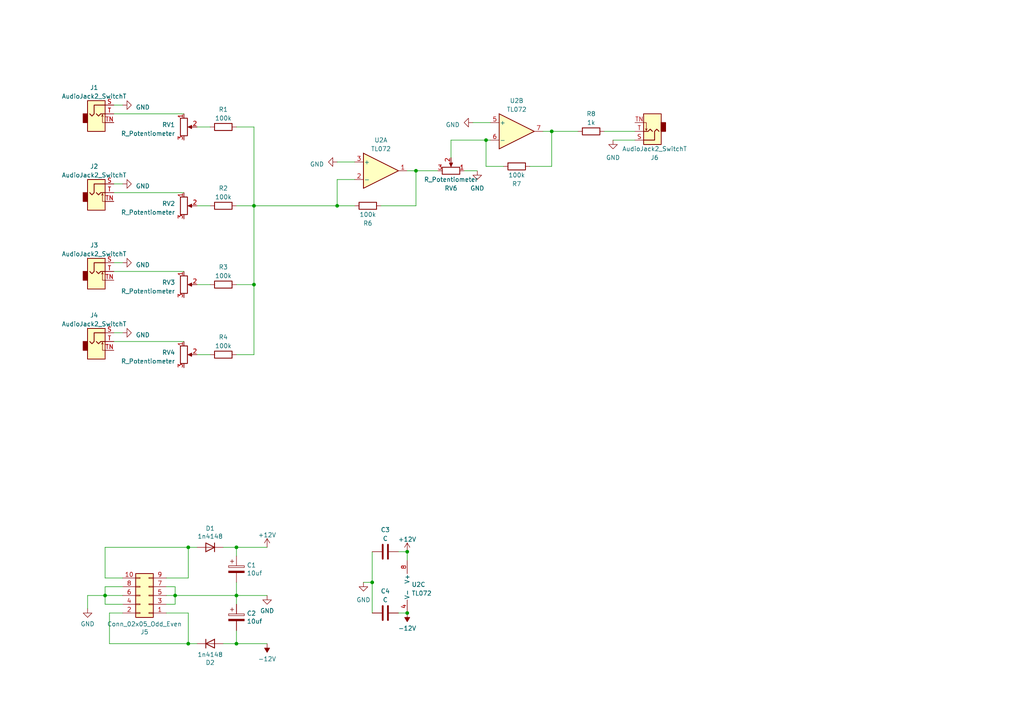
<source format=kicad_sch>
(kicad_sch (version 20230121) (generator eeschema)
  (paper "A4")
  (lib_symbols
    (symbol "Amplifier_Operational:TL072" (pin_names (offset 0.127))
      (property "Reference" "U" (at 0 5.08 0))
      (property "Value" "TL072" (at 0 -5.08 0))
      (symbol "TL072_1_1"
        (polyline (pts (xy -5.08 5.08) (xy 5.08 0) (xy -5.08 -5.08) (xy -5.08 5.08)) (stroke (width 0.254)) (fill (type background)))
        (pin output line (at 7.62 0 180) (length 2.54) (name "~") (number "1"))
        (pin input line (at -7.62 -2.54 0) (length 2.54) (name "-") (number "2"))
        (pin input line (at -7.62 2.54 0) (length 2.54) (name "+") (number "3"))
      )
      (symbol "TL072_2_1"
        (polyline (pts (xy -5.08 5.08) (xy 5.08 0) (xy -5.08 -5.08) (xy -5.08 5.08)) (stroke (width 0.254)) (fill (type background)))
        (pin input line (at -7.62 2.54 0) (length 2.54) (name "+") (number "5"))
        (pin input line (at -7.62 -2.54 0) (length 2.54) (name "-") (number "6"))
        (pin output line (at 7.62 0 180) (length 2.54) (name "~") (number "7"))
      )
      (symbol "TL072_3_1"
        (pin power_in line (at -2.54 -7.62 90) (length 3.81) (name "V-") (number "4"))
        (pin power_in line (at -2.54 7.62 270) (length 3.81) (name "V+") (number "8"))
      )
    )
    (symbol "Connector_Audio:AudioJack2_SwitchT"
      (property "Reference" "J" (at 0 8.89 0))
      (property "Value" "AudioJack2_SwitchT" (at 0 6.35 0))
      (symbol "AudioJack2_SwitchT_0_1"
        (rectangle (start -2.54 0) (end -3.81 -2.54) (stroke (width 0.254)) (fill (type outline)))
        (polyline (pts (xy 1.778 -0.254) (xy 2.032 -0.762)))
        (polyline (pts (xy 0 0) (xy 0.635 -0.635) (xy 1.27 0) (xy 2.54 0)) (stroke (width 0.254)))
        (polyline (pts (xy 2.54 -2.54) (xy 1.778 -2.54) (xy 1.778 -0.254) (xy 1.524 -0.762)))
        (polyline (pts (xy 2.54 2.54) (xy -0.635 2.54) (xy -0.635 0) (xy -1.27 -0.635) (xy -1.905 0)) (stroke (width 0.254)))
        (rectangle (start 2.54 3.81) (end -2.54 -5.08) (stroke (width 0.254)) (fill (type background)))
      )
      (symbol "AudioJack2_SwitchT_1_1"
        (pin passive line (at 5.08 2.54 180) (length 2.54) (name "~") (number "S"))
        (pin passive line (at 5.08 0 180) (length 2.54) (name "~") (number "T"))
        (pin passive line (at 5.08 -2.54 180) (length 2.54) (name "~") (number "TN"))
      )
    )
    (symbol "Connector_Generic:Conn_02x05_Odd_Even" (pin_names (offset 1.016) hide)
      (property "Reference" "J" (at 1.27 7.62 0))
      (property "Value" "Conn_02x05_Odd_Even" (at 1.27 -7.62 0))
      (symbol "Conn_02x05_Odd_Even_1_1"
        (rectangle (start -1.27 -4.953) (end 0 -5.207) (stroke (width 0.1524)))
        (rectangle (start -1.27 -2.413) (end 0 -2.667) (stroke (width 0.1524)))
        (rectangle (start -1.27 0.127) (end 0 -0.127) (stroke (width 0.1524)))
        (rectangle (start -1.27 2.667) (end 0 2.413) (stroke (width 0.1524)))
        (rectangle (start -1.27 5.207) (end 0 4.953) (stroke (width 0.1524)))
        (rectangle (start -1.27 6.35) (end 3.81 -6.35) (stroke (width 0.254)) (fill (type background)))
        (rectangle (start 3.81 -4.953) (end 2.54 -5.207) (stroke (width 0.1524)))
        (rectangle (start 3.81 -2.413) (end 2.54 -2.667) (stroke (width 0.1524)))
        (rectangle (start 3.81 0.127) (end 2.54 -0.127) (stroke (width 0.1524)))
        (rectangle (start 3.81 2.667) (end 2.54 2.413) (stroke (width 0.1524)))
        (rectangle (start 3.81 5.207) (end 2.54 4.953) (stroke (width 0.1524)))
        (pin passive line (at -5.08 5.08 0) (length 3.81) (name "Pin_1") (number "1"))
        (pin passive line (at 7.62 -5.08 180) (length 3.81) (name "Pin_10") (number "10"))
        (pin passive line (at 7.62 5.08 180) (length 3.81) (name "Pin_2") (number "2"))
        (pin passive line (at -5.08 2.54 0) (length 3.81) (name "Pin_3") (number "3"))
        (pin passive line (at 7.62 2.54 180) (length 3.81) (name "Pin_4") (number "4"))
        (pin passive line (at -5.08 0 0) (length 3.81) (name "Pin_5") (number "5"))
        (pin passive line (at 7.62 0 180) (length 3.81) (name "Pin_6") (number "6"))
        (pin passive line (at -5.08 -2.54 0) (length 3.81) (name "Pin_7") (number "7"))
        (pin passive line (at 7.62 -2.54 180) (length 3.81) (name "Pin_8") (number "8"))
        (pin passive line (at -5.08 -5.08 0) (length 3.81) (name "Pin_9") (number "9"))
      )
    )
    (symbol "Device:C" (pin_numbers hide) (pin_names (offset 0.254))
      (property "Reference" "C" (at 0.635 2.54 0))
      (property "Value" "C" (at 0.635 -2.54 0))
      (symbol "C_0_1"
        (polyline (pts (xy -2.032 -0.762) (xy 2.032 -0.762)) (stroke (width 0.508)))
        (polyline (pts (xy -2.032 0.762) (xy 2.032 0.762)) (stroke (width 0.508)))
      )
      (symbol "C_1_1"
        (pin passive line (at 0 3.81 270) (length 2.794) (name "~") (number "1"))
        (pin passive line (at 0 -3.81 90) (length 2.794) (name "~") (number "2"))
      )
    )
    (symbol "Device:C_Polarized" (pin_numbers hide) (pin_names (offset 0.254))
      (property "Reference" "C" (at 0.635 2.54 0))
      (property "Value" "C_Polarized" (at 0.635 -2.54 0))
      (symbol "C_Polarized_0_1"
        (rectangle (start -2.286 0.508) (end 2.286 1.016))
        (polyline (pts (xy -1.778 2.286) (xy -0.762 2.286)))
        (polyline (pts (xy -1.27 2.794) (xy -1.27 1.778)))
        (rectangle (start 2.286 -0.508) (end -2.286 -1.016) (fill (type outline)))
      )
      (symbol "C_Polarized_1_1"
        (pin passive line (at 0 3.81 270) (length 2.794) (name "~") (number "1"))
        (pin passive line (at 0 -3.81 90) (length 2.794) (name "~") (number "2"))
      )
    )
    (symbol "Device:D" (pin_numbers hide) (pin_names (offset 1.016) hide)
      (property "Reference" "D" (at 0 2.54 0))
      (property "Value" "D" (at 0 -2.54 0))
      (symbol "D_0_1"
        (polyline (pts (xy -1.27 1.27) (xy -1.27 -1.27)) (stroke (width 0.254)))
        (polyline (pts (xy 1.27 0) (xy -1.27 0)))
        (polyline (pts (xy 1.27 1.27) (xy 1.27 -1.27) (xy -1.27 0) (xy 1.27 1.27)) (stroke (width 0.254)))
      )
      (symbol "D_1_1"
        (pin passive line (at -3.81 0 0) (length 2.54) (name "K") (number "1"))
        (pin passive line (at 3.81 0 180) (length 2.54) (name "A") (number "2"))
      )
    )
    (symbol "Device:R" (pin_numbers hide) (pin_names (offset 0))
      (property "Reference" "R" (at 2.032 0 90))
      (property "Value" "R" (at 0 0 90))
      (symbol "R_0_1"
        (rectangle (start -1.016 -2.54) (end 1.016 2.54) (stroke (width 0.254)))
      )
      (symbol "R_1_1"
        (pin passive line (at 0 3.81 270) (length 1.27) (name "~") (number "1"))
        (pin passive line (at 0 -3.81 90) (length 1.27) (name "~") (number "2"))
      )
    )
    (symbol "Device:R_Potentiometer" (pin_names (offset 1.016) hide)
      (property "Reference" "RV" (at -4.445 0 90))
      (property "Value" "R_Potentiometer" (at -2.54 0 90))
      (symbol "R_Potentiometer_0_1"
        (polyline (pts (xy 2.54 0) (xy 1.524 0)))
        (polyline (pts (xy 1.143 0) (xy 2.286 0.508) (xy 2.286 -0.508) (xy 1.143 0)) (fill (type outline)))
        (rectangle (start 1.016 2.54) (end -1.016 -2.54) (stroke (width 0.254)))
      )
      (symbol "R_Potentiometer_1_1"
        (pin passive line (at 0 3.81 270) (length 1.27) (name "1") (number "1"))
        (pin passive line (at 3.81 0 180) (length 1.27) (name "2") (number "2"))
        (pin passive line (at 0 -3.81 90) (length 1.27) (name "3") (number "3"))
      )
    )
    (symbol "PCM_4ms_Power-symbol:GND" (power) (pin_names (offset 0))
      (property "Value" "GND" (at 0 -3.81 0))
      (symbol "GND_0_1"
        (polyline (pts (xy 0 0) (xy 0 -1.27) (xy 1.27 -1.27) (xy 0 -2.54) (xy -1.27 -1.27) (xy 0 -1.27)))
      )
      (symbol "GND_1_1"
        (pin power_in line (at 0 0 270) (length 0) hide (name "GND") (number "1"))
      )
    )
    (symbol "power:+12V" (power) (pin_names (offset 0))
      (property "Value" "+12V" (at 0 3.556 0))
      (symbol "+12V_0_1"
        (polyline (pts (xy -0.762 1.27) (xy 0 2.54)))
        (polyline (pts (xy 0 0) (xy 0 2.54)))
        (polyline (pts (xy 0 2.54) (xy 0.762 1.27)))
      )
      (symbol "+12V_1_1"
        (pin power_in line (at 0 0 90) (length 0) hide (name "+12V") (number "1"))
      )
    )
    (symbol "power:-12V" (power) (pin_names (offset 0))
      (property "Value" "-12V" (at 0 3.81 0))
      (symbol "-12V_0_0"
        (pin power_in line (at 0 0 90) (length 0) hide (name "-12V") (number "1"))
      )
      (symbol "-12V_0_1"
        (polyline (pts (xy 0 0) (xy 0 1.27) (xy 0.762 1.27) (xy 0 2.54) (xy -0.762 1.27) (xy 0 1.27)) (fill (type outline)))
      )
    )
    (symbol "power:GND" (power) (pin_names (offset 0))
      (property "Value" "GND" (at 0 -3.81 0))
      (symbol "GND_0_1"
        (polyline (pts (xy 0 0) (xy 0 -1.27) (xy 1.27 -1.27) (xy 0 -2.54) (xy -1.27 -1.27) (xy 0 -1.27)))
      )
      (symbol "GND_1_1"
        (pin power_in line (at 0 0 270) (length 0) hide (name "GND") (number "1"))
      )
    )
  )
  (junction (at 54.61 158.75))
  (junction (at 50.8 172.72))
  (junction (at 118.11 177.8))
  (junction (at 68.58 158.75))
  (junction (at 73.66 82.55))
  (junction (at 54.61 186.69))
  (junction (at 30.48 172.72))
  (junction (at 97.79 59.69))
  (junction (at 68.58 186.69))
  (junction (at 118.11 160.02))
  (junction (at 107.95 168.91))
  (junction (at 140.97 40.64))
  (junction (at 73.66 59.69))
  (junction (at 160.02 38.1))
  (junction (at 120.65 49.53))
  (junction (at 68.58 172.72))
  (wire (pts (xy 120.65 49.53) (xy 120.65 59.69)))
  (wire (pts (xy 140.97 48.26) (xy 146.05 48.26)))
  (wire (pts (xy 35.56 172.72) (xy 30.48 172.72)))
  (wire (pts (xy 73.66 82.55) (xy 68.58 82.55)))
  (wire (pts (xy 68.58 158.75) (xy 68.58 161.29)))
  (wire (pts (xy 54.61 158.75) (xy 54.61 167.64)))
  (wire (pts (xy 54.61 158.75) (xy 57.15 158.75)))
  (wire (pts (xy 73.66 36.83) (xy 68.58 36.83)))
  (wire (pts (xy 31.75 186.69) (xy 31.75 177.8)))
  (wire (pts (xy 184.15 38.1) (xy 175.26 38.1)))
  (wire (pts (xy 35.56 53.34) (xy 33.02 53.34)))
  (wire (pts (xy 50.8 172.72) (xy 50.8 175.26)))
  (wire (pts (xy 60.96 59.69) (xy 57.15 59.69)))
  (wire (pts (xy 118.11 160.02) (xy 115.57 160.02)))
  (wire (pts (xy 160.02 38.1) (xy 167.64 38.1)))
  (wire (pts (xy 97.79 59.69) (xy 102.87 59.69)))
  (wire (pts (xy 35.56 96.52) (xy 33.02 96.52)))
  (wire (pts (xy 107.95 168.91) (xy 107.95 177.8)))
  (wire (pts (xy 30.48 172.72) (xy 30.48 175.26)))
  (wire (pts (xy 137.16 35.56) (xy 142.24 35.56)))
  (wire (pts (xy 115.57 177.8) (xy 118.11 177.8)))
  (wire (pts (xy 50.8 175.26) (xy 48.26 175.26)))
  (wire (pts (xy 140.97 40.64) (xy 140.97 48.26)))
  (wire (pts (xy 60.96 36.83) (xy 57.15 36.83)))
  (wire (pts (xy 54.61 177.8) (xy 54.61 186.69)))
  (wire (pts (xy 73.66 59.69) (xy 73.66 36.83)))
  (wire (pts (xy 30.48 167.64) (xy 30.48 158.75)))
  (wire (pts (xy 64.77 158.75) (xy 68.58 158.75)))
  (wire (pts (xy 68.58 186.69) (xy 64.77 186.69)))
  (wire (pts (xy 33.02 55.88) (xy 53.34 55.88)))
  (wire (pts (xy 120.65 59.69) (xy 110.49 59.69)))
  (wire (pts (xy 33.02 33.02) (xy 53.34 33.02)))
  (wire (pts (xy 138.43 49.53) (xy 134.62 49.53)))
  (wire (pts (xy 60.96 82.55) (xy 57.15 82.55)))
  (wire (pts (xy 68.58 186.69) (xy 68.58 182.88)))
  (wire (pts (xy 130.81 45.72) (xy 130.81 40.64)))
  (wire (pts (xy 73.66 102.87) (xy 68.58 102.87)))
  (wire (pts (xy 30.48 175.26) (xy 35.56 175.26)))
  (wire (pts (xy 68.58 172.72) (xy 68.58 175.26)))
  (wire (pts (xy 127 49.53) (xy 120.65 49.53)))
  (wire (pts (xy 50.8 172.72) (xy 68.58 172.72)))
  (wire (pts (xy 177.8 40.64) (xy 184.15 40.64)))
  (wire (pts (xy 54.61 186.69) (xy 31.75 186.69)))
  (wire (pts (xy 153.67 48.26) (xy 160.02 48.26)))
  (wire (pts (xy 68.58 158.75) (xy 77.47 158.75)))
  (wire (pts (xy 73.66 59.69) (xy 97.79 59.69)))
  (wire (pts (xy 25.4 172.72) (xy 30.48 172.72)))
  (wire (pts (xy 68.58 59.69) (xy 73.66 59.69)))
  (wire (pts (xy 54.61 167.64) (xy 48.26 167.64)))
  (wire (pts (xy 35.56 76.2) (xy 33.02 76.2)))
  (wire (pts (xy 107.95 160.02) (xy 107.95 168.91)))
  (wire (pts (xy 97.79 52.07) (xy 97.79 59.69)))
  (wire (pts (xy 33.02 99.06) (xy 53.34 99.06)))
  (wire (pts (xy 160.02 48.26) (xy 160.02 38.1)))
  (wire (pts (xy 50.8 170.18) (xy 50.8 172.72)))
  (wire (pts (xy 57.15 186.69) (xy 54.61 186.69)))
  (wire (pts (xy 30.48 170.18) (xy 30.48 172.72)))
  (wire (pts (xy 35.56 170.18) (xy 30.48 170.18)))
  (wire (pts (xy 31.75 177.8) (xy 35.56 177.8)))
  (wire (pts (xy 68.58 186.69) (xy 77.47 186.69)))
  (wire (pts (xy 68.58 172.72) (xy 77.47 172.72)))
  (wire (pts (xy 118.11 162.56) (xy 118.11 160.02)))
  (wire (pts (xy 35.56 167.64) (xy 30.48 167.64)))
  (wire (pts (xy 105.41 168.91) (xy 107.95 168.91)))
  (wire (pts (xy 130.81 40.64) (xy 140.97 40.64)))
  (wire (pts (xy 48.26 170.18) (xy 50.8 170.18)))
  (wire (pts (xy 160.02 38.1) (xy 157.48 38.1)))
  (wire (pts (xy 102.87 52.07) (xy 97.79 52.07)))
  (wire (pts (xy 68.58 168.91) (xy 68.58 172.72)))
  (wire (pts (xy 73.66 102.87) (xy 73.66 82.55)))
  (wire (pts (xy 73.66 59.69) (xy 73.66 82.55)))
  (wire (pts (xy 30.48 158.75) (xy 54.61 158.75)))
  (wire (pts (xy 25.4 172.72) (xy 25.4 176.53)))
  (wire (pts (xy 118.11 49.53) (xy 120.65 49.53)))
  (wire (pts (xy 140.97 40.64) (xy 142.24 40.64)))
  (wire (pts (xy 33.02 78.74) (xy 53.34 78.74)))
  (wire (pts (xy 48.26 172.72) (xy 50.8 172.72)))
  (wire (pts (xy 60.96 102.87) (xy 57.15 102.87)))
  (wire (pts (xy 48.26 177.8) (xy 54.61 177.8)))
  (wire (pts (xy 35.56 30.48) (xy 33.02 30.48)))
  (wire (pts (xy 97.79 46.99) (xy 102.87 46.99)))
  (symbol (lib_id "power:+12V") (at 118.11 160.02 0) (unit 1)
    (property "Reference" "#PWR014" (effects hide))
    (property "Value" "+12V" (at 118.11 156.4442 0))
  )
  (symbol (lib_id "PCM_4ms_Power-symbol:GND") (at 137.16 35.56 270) (unit 1)
    (property "Reference" "#PWR09" (effects hide))
    (property "Value" "GND" (at 133.35 36.195 90) (effects (justify right)))
  )
  (symbol (lib_id "Connector_Generic:Conn_02x05_Odd_Even") (at 43.18 172.72 180) (unit 1)
    (property "Reference" "J5" (at 41.91 183.3118 0))
    (property "Value" "Conn_02x05_Odd_Even" (at 41.91 181.0004 0))
    (property "Footprint" "Connector_IDC:IDC-Header_2x05_P2.54mm_Vertical" (effects hide))
  )
  (symbol (lib_id "PCM_4ms_Power-symbol:GND") (at 35.56 76.2 90) (unit 1)
    (property "Reference" "#PWR03" (effects hide))
    (property "Value" "GND" (at 39.37 76.835 90) (effects (justify right)))
  )
  (symbol (lib_id "Device:D") (at 60.96 158.75 180) (unit 1)
    (property "Reference" "D1" (at 60.96 153.2636 0))
    (property "Value" "1n4148" (at 60.96 155.575 0))
    (property "Footprint" "Diode_THT:D_DO-35_SOD27_P7.62mm_Horizontal" (effects hide))
    (property "Sim.Device" "D" (effects hide))
    (property "Sim.Pins" "1=K 2=A" (effects hide))
  )
  (symbol (lib_id "PCM_4ms_Power-symbol:GND") (at 97.79 46.99 270) (unit 1)
    (property "Reference" "#PWR07" (effects hide))
    (property "Value" "GND" (at 93.98 47.625 90) (effects (justify right)))
  )
  (symbol (lib_id "Device:R") (at 171.45 38.1 270) (unit 1)
    (property "Reference" "R8" (at 171.45 33.02 90))
    (property "Value" "1k" (at 171.45 35.56 90))
    (property "Footprint" "Resistor_THT:R_Axial_DIN0207_L6.3mm_D2.5mm_P10.16mm_Horizontal" (effects hide))
  )
  (symbol (lib_id "Device:R_Potentiometer") (at 53.34 36.83 0) (unit 1)
    (property "Reference" "RV1" (at 50.8 36.195 0) (effects (justify right)))
    (property "Value" "R_Potentiometer" (at 50.8 38.735 0) (effects (justify right)))
    (property "Footprint" "Potentiometer_THT:Potentiometer_Alps_RK09K_Single_Vertical" (effects hide))
  )
  (symbol (lib_id "Connector_Audio:AudioJack2_SwitchT") (at 27.94 33.02 0) (unit 1)
    (property "Reference" "J1" (at 27.305 25.4 0))
    (property "Value" "AudioJack2_SwitchT" (at 27.305 27.94 0))
    (property "Footprint" "Connector_Audio:Jack_3.5mm_QingPu_WQP-PJ398SM_Vertical_CircularHoles" (effects hide))
  )
  (symbol (lib_id "Device:C") (at 111.76 160.02 90) (unit 1)
    (property "Reference" "C3" (at 111.76 153.67 90))
    (property "Value" "C" (at 111.76 156.21 90))
    (property "Footprint" "Capacitor_THT:C_Disc_D5.0mm_W2.5mm_P2.50mm" (effects hide))
  )
  (symbol (lib_id "Connector_Audio:AudioJack2_SwitchT") (at 189.23 38.1 180) (unit 1)
    (property "Reference" "J6" (at 189.865 45.72 0))
    (property "Value" "AudioJack2_SwitchT" (at 189.865 43.18 0))
    (property "Footprint" "Connector_Audio:Jack_3.5mm_QingPu_WQP-PJ398SM_Vertical_CircularHoles" (effects hide))
  )
  (symbol (lib_id "PCM_4ms_Power-symbol:GND") (at 177.8 40.64 0) (unit 1)
    (property "Reference" "#PWR010" (effects hide))
    (property "Value" "GND" (at 177.8 45.72 0))
  )
  (symbol (lib_id "power:GND") (at 77.47 172.72 0) (unit 1)
    (property "Reference" "#PWR011" (effects hide))
    (property "Value" "GND" (at 77.47 177.1634 0))
  )
  (symbol (lib_id "Device:R_Potentiometer") (at 53.34 102.87 0) (unit 1)
    (property "Reference" "RV4" (at 50.8 102.235 0) (effects (justify right)))
    (property "Value" "R_Potentiometer" (at 50.8 104.775 0) (effects (justify right)))
    (property "Footprint" "Potentiometer_THT:Potentiometer_Alps_RK09K_Single_Vertical" (effects hide))
  )
  (symbol (lib_id "Device:R_Potentiometer") (at 53.34 59.69 0) (unit 1)
    (property "Reference" "RV2" (at 50.8 59.055 0) (effects (justify right)))
    (property "Value" "R_Potentiometer" (at 50.8 61.595 0) (effects (justify right)))
    (property "Footprint" "Potentiometer_THT:Potentiometer_Alps_RK09K_Single_Vertical" (effects hide))
  )
  (symbol (lib_id "Device:R_Potentiometer") (at 130.81 49.53 270) (mirror x) (unit 1)
    (property "Reference" "RV6" (at 130.81 54.61 90))
    (property "Value" "R_Potentiometer" (at 130.81 52.07 90))
    (property "Footprint" "Potentiometer_THT:Potentiometer_Alps_RK09K_Single_Vertical" (effects hide))
  )
  (symbol (lib_id "Device:R") (at 106.68 59.69 270) (unit 1)
    (property "Reference" "R6" (at 106.68 64.77 90))
    (property "Value" "100k" (at 106.68 62.23 90))
    (property "Footprint" "Resistor_THT:R_Axial_DIN0207_L6.3mm_D2.5mm_P10.16mm_Horizontal" (effects hide))
  )
  (symbol (lib_id "Amplifier_Operational:TL072") (at 120.65 170.18 0) (unit 3)
    (property "Reference" "U2" (at 119.38 169.545 0) (effects (justify left)))
    (property "Value" "TL072" (at 119.38 172.085 0) (effects (justify left)))
    (property "Footprint" "Package_DIP:DIP-8_W7.62mm_Socket" (effects hide))
    (property "Datasheet" "http://www.ti.com/lit/ds/symlink/tl071.pdf" (effects hide))
  )
  (symbol (lib_id "PCM_4ms_Power-symbol:GND") (at 35.56 96.52 90) (unit 1)
    (property "Reference" "#PWR04" (effects hide))
    (property "Value" "GND" (at 39.37 97.155 90) (effects (justify right)))
  )
  (symbol (lib_id "Device:R") (at 64.77 82.55 90) (unit 1)
    (property "Reference" "R3" (at 64.77 77.47 90))
    (property "Value" "100k" (at 64.77 80.01 90))
    (property "Footprint" "Resistor_THT:R_Axial_DIN0207_L6.3mm_D2.5mm_P10.16mm_Horizontal" (effects hide))
  )
  (symbol (lib_id "PCM_4ms_Power-symbol:GND") (at 105.41 168.91 0) (unit 1)
    (property "Reference" "#PWR013" (effects hide))
    (property "Value" "GND" (at 105.41 173.99 0))
  )
  (symbol (lib_id "Device:D") (at 60.96 186.69 0) (unit 1)
    (property "Reference" "D2" (at 60.96 192.1764 0))
    (property "Value" "1n4148" (at 60.96 189.865 0))
    (property "Footprint" "Diode_THT:D_DO-35_SOD27_P7.62mm_Horizontal" (effects hide))
    (property "Sim.Device" "D" (effects hide))
    (property "Sim.Pins" "1=K 2=A" (effects hide))
  )
  (symbol (lib_id "power:GND") (at 25.4 176.53 0) (unit 1)
    (property "Reference" "#PWR05" (effects hide))
    (property "Value" "GND" (at 25.4 180.9734 0))
  )
  (symbol (lib_id "PCM_4ms_Power-symbol:GND") (at 35.56 30.48 90) (unit 1)
    (property "Reference" "#PWR01" (effects hide))
    (property "Value" "GND" (at 39.37 31.115 90) (effects (justify right)))
  )
  (symbol (lib_id "Amplifier_Operational:TL072") (at 110.49 49.53 0) (unit 1)
    (property "Reference" "U2" (at 110.49 40.64 0))
    (property "Value" "TL072" (at 110.49 43.18 0))
    (property "Footprint" "Package_DIP:DIP-8_W7.62mm_Socket" (effects hide))
    (property "Datasheet" "http://www.ti.com/lit/ds/symlink/tl071.pdf" (effects hide))
  )
  (symbol (lib_id "Device:C") (at 111.76 177.8 90) (unit 1)
    (property "Reference" "C4" (at 111.76 171.45 90))
    (property "Value" "C" (at 111.76 173.99 90))
    (property "Footprint" "Capacitor_THT:C_Disc_D5.0mm_W2.5mm_P2.50mm" (effects hide))
  )
  (symbol (lib_id "power:+12V") (at 77.47 158.75 0) (unit 1)
    (property "Reference" "#PWR06" (effects hide))
    (property "Value" "+12V" (at 77.47 155.1742 0))
  )
  (symbol (lib_id "Connector_Audio:AudioJack2_SwitchT") (at 27.94 99.06 0) (unit 1)
    (property "Reference" "J4" (at 27.305 91.44 0))
    (property "Value" "AudioJack2_SwitchT" (at 27.305 93.98 0))
    (property "Footprint" "Connector_Audio:Jack_3.5mm_QingPu_WQP-PJ398SM_Vertical_CircularHoles" (effects hide))
  )
  (symbol (lib_id "Connector_Audio:AudioJack2_SwitchT") (at 27.94 55.88 0) (unit 1)
    (property "Reference" "J2" (at 27.305 48.26 0))
    (property "Value" "AudioJack2_SwitchT" (at 27.305 50.8 0))
    (property "Footprint" "Connector_Audio:Jack_3.5mm_QingPu_WQP-PJ398SM_Vertical_CircularHoles" (effects hide))
  )
  (symbol (lib_id "Amplifier_Operational:TL072") (at 149.86 38.1 0) (unit 2)
    (property "Reference" "U2" (at 149.86 29.21 0))
    (property "Value" "TL072" (at 149.86 31.75 0))
    (property "Footprint" "Package_DIP:DIP-8_W7.62mm_Socket" (effects hide))
    (property "Datasheet" "http://www.ti.com/lit/ds/symlink/tl071.pdf" (effects hide))
  )
  (symbol (lib_id "Device:R") (at 64.77 102.87 90) (unit 1)
    (property "Reference" "R4" (at 64.77 97.79 90))
    (property "Value" "100k" (at 64.77 100.33 90))
    (property "Footprint" "Resistor_THT:R_Axial_DIN0207_L6.3mm_D2.5mm_P10.16mm_Horizontal" (effects hide))
  )
  (symbol (lib_id "PCM_4ms_Power-symbol:GND") (at 138.43 49.53 0) (unit 1)
    (property "Reference" "#PWR08" (effects hide))
    (property "Value" "GND" (at 138.43 54.61 0))
  )
  (symbol (lib_id "power:-12V") (at 77.47 186.69 180) (unit 1)
    (property "Reference" "#PWR012" (effects hide))
    (property "Value" "-12V" (at 77.47 191.1334 0))
  )
  (symbol (lib_id "Device:R") (at 64.77 36.83 90) (unit 1)
    (property "Reference" "R1" (at 64.77 31.75 90))
    (property "Value" "100k" (at 64.77 34.29 90))
    (property "Footprint" "Resistor_THT:R_Axial_DIN0207_L6.3mm_D2.5mm_P10.16mm_Horizontal" (effects hide))
  )
  (symbol (lib_id "Device:R_Potentiometer") (at 53.34 82.55 0) (unit 1)
    (property "Reference" "RV3" (at 50.8 81.915 0) (effects (justify right)))
    (property "Value" "R_Potentiometer" (at 50.8 84.455 0) (effects (justify right)))
    (property "Footprint" "Potentiometer_THT:Potentiometer_Alps_RK09K_Single_Vertical" (effects hide))
  )
  (symbol (lib_id "Connector_Audio:AudioJack2_SwitchT") (at 27.94 78.74 0) (unit 1)
    (property "Reference" "J3" (at 27.305 71.12 0))
    (property "Value" "AudioJack2_SwitchT" (at 27.305 73.66 0))
    (property "Footprint" "Connector_Audio:Jack_3.5mm_QingPu_WQP-PJ398SM_Vertical_CircularHoles" (effects hide))
  )
  (symbol (lib_id "Device:C_Polarized") (at 68.58 179.07 0) (unit 1)
    (property "Reference" "C2" (at 71.5772 177.9016 0) (effects (justify left)))
    (property "Value" "10uf" (at 71.5772 180.213 0) (effects (justify left)))
    (property "Footprint" "Capacitor_THT:CP_Radial_D5.0mm_P2.50mm" (effects hide))
  )
  (symbol (lib_id "power:-12V") (at 118.11 177.8 180) (unit 1)
    (property "Reference" "#PWR015" (effects hide))
    (property "Value" "-12V" (at 118.11 182.2434 0))
  )
  (symbol (lib_id "Device:R") (at 149.86 48.26 270) (unit 1)
    (property "Reference" "R7" (at 149.86 53.34 90))
    (property "Value" "100k" (at 149.86 50.8 90))
    (property "Footprint" "Resistor_THT:R_Axial_DIN0207_L6.3mm_D2.5mm_P10.16mm_Horizontal" (effects hide))
  )
  (symbol (lib_id "Device:R") (at 64.77 59.69 90) (unit 1)
    (property "Reference" "R2" (at 64.77 54.61 90))
    (property "Value" "100k" (at 64.77 57.15 90))
    (property "Footprint" "Resistor_THT:R_Axial_DIN0207_L6.3mm_D2.5mm_P10.16mm_Horizontal" (effects hide))
  )
  (symbol (lib_id "Device:C_Polarized") (at 68.58 165.1 0) (unit 1)
    (property "Reference" "C1" (at 71.5772 163.9316 0) (effects (justify left)))
    (property "Value" "10uf" (at 71.5772 166.243 0) (effects (justify left)))
    (property "Footprint" "Capacitor_THT:CP_Radial_D5.0mm_P2.50mm" (effects hide))
  )
  (symbol (lib_id "PCM_4ms_Power-symbol:GND") (at 35.56 53.34 90) (unit 1)
    (property "Reference" "#PWR02" (effects hide))
    (property "Value" "GND" (at 39.37 53.975 90) (effects (justify right)))
  )
)
</source>
